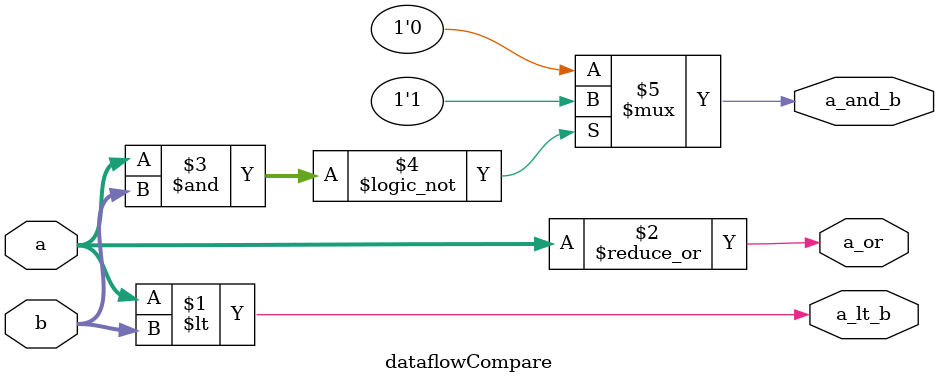
<source format=v>

module dataflowCompare(a_and_b,a_or,a_lt_b,a,b);
output a_and_b,a_or,a_lt_b;
input [7:0] a,b;

assign a_lt_b = a<b;
assign a_or   = |a;
assign a_and_b = ((a&b)== 8'h00)? 1'b1 : 1'b0;

endmodule 
</source>
